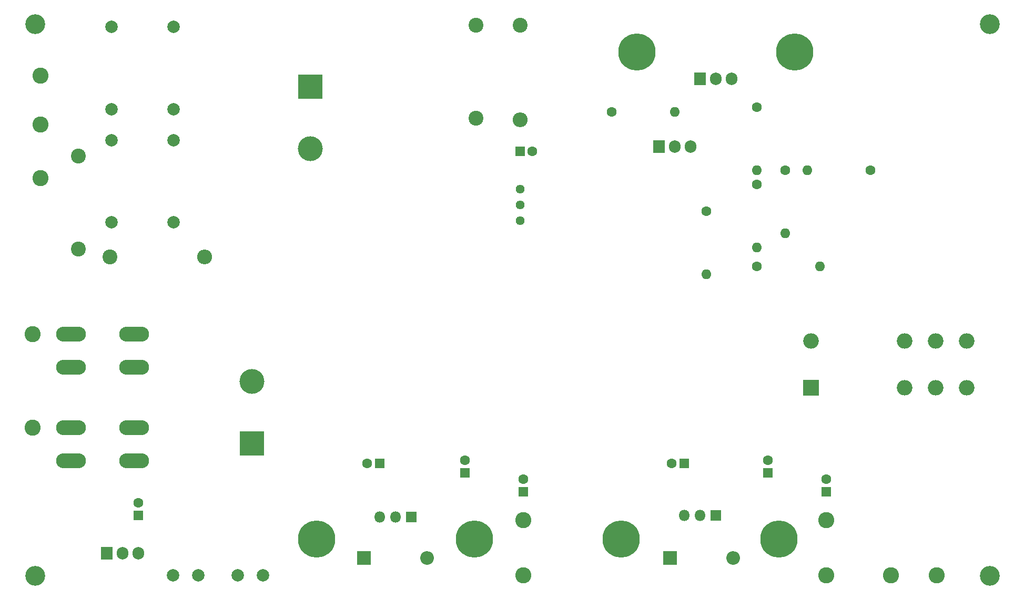
<source format=gbr>
G04 #@! TF.GenerationSoftware,KiCad,Pcbnew,(5.1.9-0-10_14)*
G04 #@! TF.CreationDate,2021-02-09T19:29:29+01:00*
G04 #@! TF.ProjectId,hv-power-supply-v1,68762d70-6f77-4657-922d-737570706c79,rev?*
G04 #@! TF.SameCoordinates,Original*
G04 #@! TF.FileFunction,Soldermask,Bot*
G04 #@! TF.FilePolarity,Negative*
%FSLAX46Y46*%
G04 Gerber Fmt 4.6, Leading zero omitted, Abs format (unit mm)*
G04 Created by KiCad (PCBNEW (5.1.9-0-10_14)) date 2021-02-09 19:29:29*
%MOMM*%
%LPD*%
G01*
G04 APERTURE LIST*
%ADD10O,4.800600X2.400300*%
%ADD11C,1.600000*%
%ADD12R,1.600000X1.600000*%
%ADD13O,2.400000X2.400000*%
%ADD14C,2.400000*%
%ADD15C,2.000000*%
%ADD16O,1.600000X1.600000*%
%ADD17O,1.905000X2.000000*%
%ADD18R,1.905000X2.000000*%
%ADD19C,2.600000*%
%ADD20C,1.440000*%
%ADD21O,2.500000X2.500000*%
%ADD22R,2.500000X2.500000*%
%ADD23O,2.200000X2.200000*%
%ADD24R,2.200000X2.200000*%
%ADD25C,4.000000*%
%ADD26R,4.000000X4.000000*%
%ADD27C,5.999480*%
%ADD28R,1.800000X1.800000*%
%ADD29O,1.800000X1.800000*%
%ADD30C,3.200000*%
G04 APERTURE END LIST*
D10*
X64351000Y-100480000D03*
X74511000Y-100480000D03*
X74511000Y-120927000D03*
X64351000Y-120927000D03*
X74511000Y-115593000D03*
X64351000Y-115593000D03*
X64351000Y-105814000D03*
X74511000Y-105814000D03*
D11*
X127724000Y-120832000D03*
D12*
X127724000Y-122832000D03*
D11*
X176492000Y-120832000D03*
D12*
X176492000Y-122832000D03*
D11*
X161030000Y-121308000D03*
D12*
X163030000Y-121308000D03*
D13*
X85814000Y-88034000D03*
D14*
X70574000Y-88034000D03*
D15*
X70828000Y-69238000D03*
X80828000Y-69238000D03*
X70828000Y-82446000D03*
X80828000Y-82446000D03*
X70828000Y-64285000D03*
X80828000Y-64285000D03*
X70828000Y-50950000D03*
X80828000Y-50950000D03*
D16*
X182842000Y-74064000D03*
D11*
X193002000Y-74064000D03*
D16*
X166586000Y-90828000D03*
D11*
X166586000Y-80668000D03*
D16*
X161506000Y-64666000D03*
D11*
X151346000Y-64666000D03*
D16*
X174714000Y-74064000D03*
D11*
X174714000Y-63904000D03*
D17*
X170650000Y-59332000D03*
X168110000Y-59332000D03*
D18*
X165570000Y-59332000D03*
D17*
X164046000Y-70254000D03*
X161506000Y-70254000D03*
D18*
X158966000Y-70254000D03*
D17*
X75146000Y-135786000D03*
X72606000Y-135786000D03*
D18*
X70066000Y-135786000D03*
D19*
X137122000Y-139342000D03*
X137122000Y-130452000D03*
X185890000Y-139342000D03*
X185890000Y-130452000D03*
X58128000Y-100480000D03*
X58128000Y-115593000D03*
X59398000Y-75334000D03*
X59398000Y-66698000D03*
X59398000Y-58824000D03*
D11*
X137122000Y-123880000D03*
D12*
X137122000Y-125880000D03*
D11*
X185890000Y-123880000D03*
D12*
X185890000Y-125880000D03*
D11*
X112008000Y-121308000D03*
D12*
X114008000Y-121308000D03*
D11*
X75146000Y-127690000D03*
D12*
X75146000Y-129690000D03*
D20*
X136614000Y-82192000D03*
X136614000Y-79652000D03*
X136614000Y-77112000D03*
D21*
X183496000Y-101616000D03*
X198496000Y-101616000D03*
X203496000Y-101616000D03*
X208496000Y-101616000D03*
X208496000Y-109116000D03*
X203496000Y-109116000D03*
X198496000Y-109116000D03*
D22*
X183496000Y-109116000D03*
D16*
X179286000Y-84224000D03*
D11*
X179286000Y-74064000D03*
D13*
X136614000Y-65936000D03*
D14*
X136614000Y-50696000D03*
D16*
X184874000Y-89558000D03*
D11*
X174714000Y-89558000D03*
D16*
X174714000Y-86510000D03*
D11*
X174714000Y-76350000D03*
D15*
X84798000Y-139342000D03*
X80734000Y-139342000D03*
X95212000Y-139342000D03*
X91148000Y-139342000D03*
D19*
X196304000Y-139342000D03*
X203670000Y-139342000D03*
D23*
X121628000Y-136548000D03*
D24*
X111468000Y-136548000D03*
D23*
X170904000Y-136548000D03*
D24*
X160744000Y-136548000D03*
D25*
X93434000Y-108133000D03*
D26*
X93434000Y-118133000D03*
D11*
X138614000Y-71016000D03*
D12*
X136614000Y-71016000D03*
D14*
X129502000Y-50696000D03*
X129502000Y-65696000D03*
D25*
X102832000Y-70602000D03*
D26*
X102832000Y-60602000D03*
D14*
X65494000Y-86778000D03*
X65494000Y-71778000D03*
D27*
X180810000Y-55014000D03*
X155410000Y-55014000D03*
D28*
X168110000Y-129690000D03*
D29*
X165570000Y-129690000D03*
X163030000Y-129690000D03*
D27*
X178270000Y-133500000D03*
X152870000Y-133500000D03*
X103848000Y-133500000D03*
X129248000Y-133500000D03*
D28*
X119088000Y-129944000D03*
D29*
X116548000Y-129944000D03*
X114008000Y-129944000D03*
D30*
X212240000Y-139450000D03*
X58600000Y-139450000D03*
X212240000Y-50550000D03*
X58600000Y-50550000D03*
M02*

</source>
